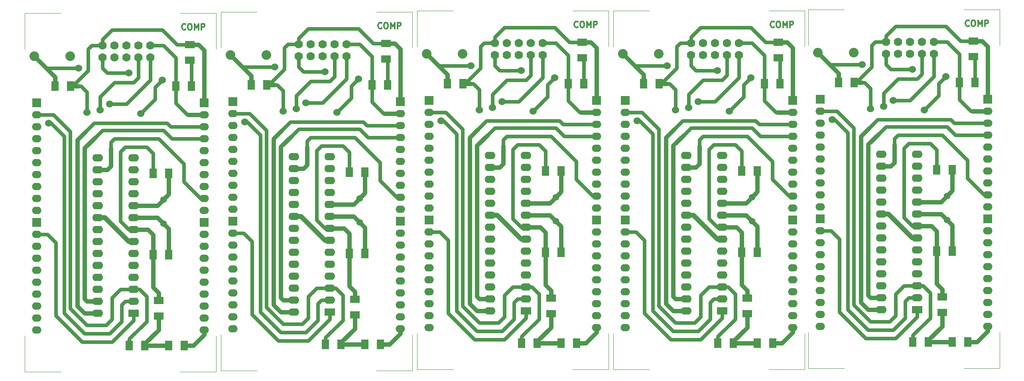
<source format=gtl>
G04 (created by PCBNEW (2013-07-07 BZR 4022)-stable) date 5/4/2015 12:54:49 PM*
%MOIN*%
G04 Gerber Fmt 3.4, Leading zero omitted, Abs format*
%FSLAX34Y34*%
G01*
G70*
G90*
G04 APERTURE LIST*
%ADD10C,0.00590551*%
%ADD11C,0.011811*%
%ADD12C,0.00393701*%
%ADD13R,0.075X0.075*%
%ADD14O,0.08X0.06*%
%ADD15C,0.08*%
%ADD16R,0.06X0.08*%
%ADD17R,0.08X0.06*%
%ADD18C,0.056*%
%ADD19O,0.09X0.062*%
%ADD20R,0.09X0.062*%
%ADD21C,0.07*%
%ADD22C,0.06*%
%ADD23C,0.03*%
%ADD24C,0.035*%
%ADD25C,0.025*%
%ADD26C,0.04*%
G04 APERTURE END LIST*
G54D10*
G54D11*
X41357Y-24254D02*
X41333Y-24278D01*
X41261Y-24302D01*
X41214Y-24302D01*
X41142Y-24278D01*
X41095Y-24230D01*
X41071Y-24183D01*
X41047Y-24088D01*
X41047Y-24016D01*
X41071Y-23921D01*
X41095Y-23873D01*
X41142Y-23826D01*
X41214Y-23802D01*
X41261Y-23802D01*
X41333Y-23826D01*
X41357Y-23850D01*
X41666Y-23802D02*
X41761Y-23802D01*
X41809Y-23826D01*
X41857Y-23873D01*
X41880Y-23969D01*
X41880Y-24135D01*
X41857Y-24230D01*
X41809Y-24278D01*
X41761Y-24302D01*
X41666Y-24302D01*
X41619Y-24278D01*
X41571Y-24230D01*
X41547Y-24135D01*
X41547Y-23969D01*
X41571Y-23873D01*
X41619Y-23826D01*
X41666Y-23802D01*
X42095Y-24302D02*
X42095Y-23802D01*
X42261Y-24159D01*
X42428Y-23802D01*
X42428Y-24302D01*
X42666Y-24302D02*
X42666Y-23802D01*
X42857Y-23802D01*
X42904Y-23826D01*
X42928Y-23850D01*
X42952Y-23897D01*
X42952Y-23969D01*
X42928Y-24016D01*
X42904Y-24040D01*
X42857Y-24064D01*
X42666Y-24064D01*
G54D12*
X27900Y-22900D02*
X27900Y-25900D01*
X27900Y-22900D02*
X30900Y-22900D01*
X43900Y-22900D02*
X40900Y-22900D01*
X43900Y-22900D02*
X43900Y-25900D01*
X27900Y-52900D02*
X30900Y-52900D01*
X27900Y-52900D02*
X27900Y-49900D01*
X43900Y-52900D02*
X43900Y-49900D01*
X43900Y-52900D02*
X40900Y-52900D01*
G54D11*
X57757Y-24154D02*
X57733Y-24178D01*
X57661Y-24202D01*
X57614Y-24202D01*
X57542Y-24178D01*
X57495Y-24130D01*
X57471Y-24083D01*
X57447Y-23988D01*
X57447Y-23916D01*
X57471Y-23821D01*
X57495Y-23773D01*
X57542Y-23726D01*
X57614Y-23702D01*
X57661Y-23702D01*
X57733Y-23726D01*
X57757Y-23750D01*
X58066Y-23702D02*
X58161Y-23702D01*
X58209Y-23726D01*
X58257Y-23773D01*
X58280Y-23869D01*
X58280Y-24035D01*
X58257Y-24130D01*
X58209Y-24178D01*
X58161Y-24202D01*
X58066Y-24202D01*
X58019Y-24178D01*
X57971Y-24130D01*
X57947Y-24035D01*
X57947Y-23869D01*
X57971Y-23773D01*
X58019Y-23726D01*
X58066Y-23702D01*
X58495Y-24202D02*
X58495Y-23702D01*
X58661Y-24059D01*
X58828Y-23702D01*
X58828Y-24202D01*
X59066Y-24202D02*
X59066Y-23702D01*
X59257Y-23702D01*
X59304Y-23726D01*
X59328Y-23750D01*
X59352Y-23797D01*
X59352Y-23869D01*
X59328Y-23916D01*
X59304Y-23940D01*
X59257Y-23964D01*
X59066Y-23964D01*
G54D12*
X44300Y-22800D02*
X44300Y-25800D01*
X44300Y-22800D02*
X47300Y-22800D01*
X60300Y-22800D02*
X57300Y-22800D01*
X60300Y-22800D02*
X60300Y-25800D01*
X44300Y-52800D02*
X47300Y-52800D01*
X44300Y-52800D02*
X44300Y-49800D01*
X60300Y-52800D02*
X60300Y-49800D01*
X60300Y-52800D02*
X57300Y-52800D01*
G54D11*
X74157Y-24154D02*
X74133Y-24178D01*
X74061Y-24202D01*
X74014Y-24202D01*
X73942Y-24178D01*
X73895Y-24130D01*
X73871Y-24083D01*
X73847Y-23988D01*
X73847Y-23916D01*
X73871Y-23821D01*
X73895Y-23773D01*
X73942Y-23726D01*
X74014Y-23702D01*
X74061Y-23702D01*
X74133Y-23726D01*
X74157Y-23750D01*
X74466Y-23702D02*
X74561Y-23702D01*
X74609Y-23726D01*
X74657Y-23773D01*
X74680Y-23869D01*
X74680Y-24035D01*
X74657Y-24130D01*
X74609Y-24178D01*
X74561Y-24202D01*
X74466Y-24202D01*
X74419Y-24178D01*
X74371Y-24130D01*
X74347Y-24035D01*
X74347Y-23869D01*
X74371Y-23773D01*
X74419Y-23726D01*
X74466Y-23702D01*
X74895Y-24202D02*
X74895Y-23702D01*
X75061Y-24059D01*
X75228Y-23702D01*
X75228Y-24202D01*
X75466Y-24202D02*
X75466Y-23702D01*
X75657Y-23702D01*
X75704Y-23726D01*
X75728Y-23750D01*
X75752Y-23797D01*
X75752Y-23869D01*
X75728Y-23916D01*
X75704Y-23940D01*
X75657Y-23964D01*
X75466Y-23964D01*
G54D12*
X60700Y-22800D02*
X60700Y-25800D01*
X60700Y-22800D02*
X63700Y-22800D01*
X76700Y-22800D02*
X73700Y-22800D01*
X76700Y-22800D02*
X76700Y-25800D01*
X60700Y-52800D02*
X63700Y-52800D01*
X60700Y-52800D02*
X60700Y-49800D01*
X76700Y-52800D02*
X76700Y-49800D01*
X76700Y-52800D02*
X73700Y-52800D01*
G54D11*
X90457Y-24054D02*
X90433Y-24078D01*
X90361Y-24102D01*
X90314Y-24102D01*
X90242Y-24078D01*
X90195Y-24030D01*
X90171Y-23983D01*
X90147Y-23888D01*
X90147Y-23816D01*
X90171Y-23721D01*
X90195Y-23673D01*
X90242Y-23626D01*
X90314Y-23602D01*
X90361Y-23602D01*
X90433Y-23626D01*
X90457Y-23650D01*
X90766Y-23602D02*
X90861Y-23602D01*
X90909Y-23626D01*
X90957Y-23673D01*
X90980Y-23769D01*
X90980Y-23935D01*
X90957Y-24030D01*
X90909Y-24078D01*
X90861Y-24102D01*
X90766Y-24102D01*
X90719Y-24078D01*
X90671Y-24030D01*
X90647Y-23935D01*
X90647Y-23769D01*
X90671Y-23673D01*
X90719Y-23626D01*
X90766Y-23602D01*
X91195Y-24102D02*
X91195Y-23602D01*
X91361Y-23959D01*
X91528Y-23602D01*
X91528Y-24102D01*
X91766Y-24102D02*
X91766Y-23602D01*
X91957Y-23602D01*
X92004Y-23626D01*
X92028Y-23650D01*
X92052Y-23697D01*
X92052Y-23769D01*
X92028Y-23816D01*
X92004Y-23840D01*
X91957Y-23864D01*
X91766Y-23864D01*
G54D12*
X77000Y-22700D02*
X77000Y-25700D01*
X77000Y-22700D02*
X80000Y-22700D01*
X93000Y-22700D02*
X90000Y-22700D01*
X93000Y-22700D02*
X93000Y-25700D01*
X77000Y-52700D02*
X80000Y-52700D01*
X77000Y-52700D02*
X77000Y-49700D01*
X93000Y-52700D02*
X93000Y-49700D01*
X93000Y-52700D02*
X90000Y-52700D01*
G54D11*
X24957Y-24354D02*
X24933Y-24378D01*
X24861Y-24402D01*
X24814Y-24402D01*
X24742Y-24378D01*
X24695Y-24330D01*
X24671Y-24283D01*
X24647Y-24188D01*
X24647Y-24116D01*
X24671Y-24021D01*
X24695Y-23973D01*
X24742Y-23926D01*
X24814Y-23902D01*
X24861Y-23902D01*
X24933Y-23926D01*
X24957Y-23950D01*
X25266Y-23902D02*
X25361Y-23902D01*
X25409Y-23926D01*
X25457Y-23973D01*
X25480Y-24069D01*
X25480Y-24235D01*
X25457Y-24330D01*
X25409Y-24378D01*
X25361Y-24402D01*
X25266Y-24402D01*
X25219Y-24378D01*
X25171Y-24330D01*
X25147Y-24235D01*
X25147Y-24069D01*
X25171Y-23973D01*
X25219Y-23926D01*
X25266Y-23902D01*
X25695Y-24402D02*
X25695Y-23902D01*
X25861Y-24259D01*
X26028Y-23902D01*
X26028Y-24402D01*
X26266Y-24402D02*
X26266Y-23902D01*
X26457Y-23902D01*
X26504Y-23926D01*
X26528Y-23950D01*
X26552Y-23997D01*
X26552Y-24069D01*
X26528Y-24116D01*
X26504Y-24140D01*
X26457Y-24164D01*
X26266Y-24164D01*
G54D12*
X11500Y-23000D02*
X11500Y-26000D01*
X11500Y-23000D02*
X14500Y-23000D01*
X27500Y-23000D02*
X24500Y-23000D01*
X27500Y-23000D02*
X27500Y-26000D01*
X11500Y-53000D02*
X14500Y-53000D01*
X11500Y-53000D02*
X11500Y-50000D01*
X27500Y-53000D02*
X27500Y-50000D01*
X27500Y-53000D02*
X24500Y-53000D01*
G54D13*
X28900Y-30400D03*
G54D14*
X28900Y-31400D03*
X28900Y-32400D03*
X28900Y-33400D03*
X28900Y-34400D03*
X28900Y-35400D03*
X28900Y-36400D03*
X28900Y-37400D03*
X28900Y-38400D03*
X28900Y-39400D03*
G54D13*
X28900Y-40400D03*
G54D14*
X28900Y-41400D03*
X28900Y-42400D03*
X28900Y-43400D03*
X28900Y-44400D03*
X28900Y-45400D03*
X28900Y-46400D03*
X28900Y-47400D03*
X28900Y-48400D03*
X28900Y-49400D03*
G54D13*
X42900Y-40400D03*
G54D14*
X42900Y-41400D03*
X42900Y-42400D03*
X42900Y-43400D03*
X42900Y-44400D03*
X42900Y-45400D03*
X42900Y-46400D03*
X42900Y-47400D03*
X42900Y-48400D03*
X42900Y-49400D03*
G54D13*
X42900Y-30400D03*
G54D14*
X42900Y-31400D03*
X42900Y-32400D03*
X42900Y-33400D03*
X42900Y-34400D03*
X42900Y-35400D03*
X42900Y-36400D03*
X42900Y-37400D03*
X42900Y-38400D03*
X42900Y-39400D03*
G54D15*
X28700Y-26496D03*
X31696Y-26500D03*
G54D16*
X41850Y-29000D03*
X40550Y-29000D03*
G54D17*
X41700Y-25550D03*
X41700Y-26850D03*
G54D16*
X31750Y-29000D03*
X30450Y-29000D03*
X38650Y-36300D03*
X39950Y-36300D03*
X38650Y-43100D03*
X39950Y-43100D03*
G54D18*
X39500Y-38500D03*
X39500Y-40500D03*
G54D19*
X37000Y-47000D03*
X37000Y-46000D03*
X37000Y-45000D03*
X37000Y-44000D03*
X37000Y-43000D03*
X37000Y-42000D03*
X37000Y-41000D03*
X37000Y-40000D03*
X37000Y-39000D03*
X37000Y-38000D03*
X37000Y-37000D03*
X37000Y-36000D03*
X37000Y-35000D03*
G54D20*
X37000Y-48000D03*
G54D19*
X34000Y-35000D03*
X34000Y-36000D03*
X34000Y-37000D03*
X34000Y-38000D03*
X34000Y-39000D03*
X34000Y-40000D03*
X34000Y-41000D03*
X34000Y-42000D03*
X34000Y-43000D03*
X34000Y-44000D03*
X34000Y-45000D03*
X34000Y-46000D03*
X34000Y-47000D03*
X34000Y-48000D03*
G54D16*
X41250Y-50700D03*
X39950Y-50700D03*
X36650Y-50700D03*
X37950Y-50700D03*
G54D17*
X39100Y-48250D03*
X39100Y-46950D03*
G54D21*
X34400Y-26600D03*
X34400Y-25600D03*
X35400Y-26600D03*
X35400Y-25600D03*
X36400Y-26600D03*
X36400Y-25600D03*
X37400Y-26600D03*
X37400Y-25600D03*
X38400Y-26600D03*
X38400Y-25600D03*
G54D13*
X45300Y-30300D03*
G54D14*
X45300Y-31300D03*
X45300Y-32300D03*
X45300Y-33300D03*
X45300Y-34300D03*
X45300Y-35300D03*
X45300Y-36300D03*
X45300Y-37300D03*
X45300Y-38300D03*
X45300Y-39300D03*
G54D13*
X45300Y-40300D03*
G54D14*
X45300Y-41300D03*
X45300Y-42300D03*
X45300Y-43300D03*
X45300Y-44300D03*
X45300Y-45300D03*
X45300Y-46300D03*
X45300Y-47300D03*
X45300Y-48300D03*
X45300Y-49300D03*
G54D13*
X59300Y-40300D03*
G54D14*
X59300Y-41300D03*
X59300Y-42300D03*
X59300Y-43300D03*
X59300Y-44300D03*
X59300Y-45300D03*
X59300Y-46300D03*
X59300Y-47300D03*
X59300Y-48300D03*
X59300Y-49300D03*
G54D13*
X59300Y-30300D03*
G54D14*
X59300Y-31300D03*
X59300Y-32300D03*
X59300Y-33300D03*
X59300Y-34300D03*
X59300Y-35300D03*
X59300Y-36300D03*
X59300Y-37300D03*
X59300Y-38300D03*
X59300Y-39300D03*
G54D15*
X45100Y-26396D03*
X48096Y-26400D03*
G54D16*
X58250Y-28900D03*
X56950Y-28900D03*
G54D17*
X58100Y-25450D03*
X58100Y-26750D03*
G54D16*
X48150Y-28900D03*
X46850Y-28900D03*
X55050Y-36200D03*
X56350Y-36200D03*
X55050Y-43000D03*
X56350Y-43000D03*
G54D18*
X55900Y-38400D03*
X55900Y-40400D03*
G54D19*
X53400Y-46900D03*
X53400Y-45900D03*
X53400Y-44900D03*
X53400Y-43900D03*
X53400Y-42900D03*
X53400Y-41900D03*
X53400Y-40900D03*
X53400Y-39900D03*
X53400Y-38900D03*
X53400Y-37900D03*
X53400Y-36900D03*
X53400Y-35900D03*
X53400Y-34900D03*
G54D20*
X53400Y-47900D03*
G54D19*
X50400Y-34900D03*
X50400Y-35900D03*
X50400Y-36900D03*
X50400Y-37900D03*
X50400Y-38900D03*
X50400Y-39900D03*
X50400Y-40900D03*
X50400Y-41900D03*
X50400Y-42900D03*
X50400Y-43900D03*
X50400Y-44900D03*
X50400Y-45900D03*
X50400Y-46900D03*
X50400Y-47900D03*
G54D16*
X57650Y-50600D03*
X56350Y-50600D03*
X53050Y-50600D03*
X54350Y-50600D03*
G54D17*
X55500Y-48150D03*
X55500Y-46850D03*
G54D21*
X50800Y-26500D03*
X50800Y-25500D03*
X51800Y-26500D03*
X51800Y-25500D03*
X52800Y-26500D03*
X52800Y-25500D03*
X53800Y-26500D03*
X53800Y-25500D03*
X54800Y-26500D03*
X54800Y-25500D03*
G54D13*
X61700Y-30300D03*
G54D14*
X61700Y-31300D03*
X61700Y-32300D03*
X61700Y-33300D03*
X61700Y-34300D03*
X61700Y-35300D03*
X61700Y-36300D03*
X61700Y-37300D03*
X61700Y-38300D03*
X61700Y-39300D03*
G54D13*
X61700Y-40300D03*
G54D14*
X61700Y-41300D03*
X61700Y-42300D03*
X61700Y-43300D03*
X61700Y-44300D03*
X61700Y-45300D03*
X61700Y-46300D03*
X61700Y-47300D03*
X61700Y-48300D03*
X61700Y-49300D03*
G54D13*
X75700Y-40300D03*
G54D14*
X75700Y-41300D03*
X75700Y-42300D03*
X75700Y-43300D03*
X75700Y-44300D03*
X75700Y-45300D03*
X75700Y-46300D03*
X75700Y-47300D03*
X75700Y-48300D03*
X75700Y-49300D03*
G54D13*
X75700Y-30300D03*
G54D14*
X75700Y-31300D03*
X75700Y-32300D03*
X75700Y-33300D03*
X75700Y-34300D03*
X75700Y-35300D03*
X75700Y-36300D03*
X75700Y-37300D03*
X75700Y-38300D03*
X75700Y-39300D03*
G54D15*
X61500Y-26396D03*
X64496Y-26400D03*
G54D16*
X74650Y-28900D03*
X73350Y-28900D03*
G54D17*
X74500Y-25450D03*
X74500Y-26750D03*
G54D16*
X64550Y-28900D03*
X63250Y-28900D03*
X71450Y-36200D03*
X72750Y-36200D03*
X71450Y-43000D03*
X72750Y-43000D03*
G54D18*
X72300Y-38400D03*
X72300Y-40400D03*
G54D19*
X69800Y-46900D03*
X69800Y-45900D03*
X69800Y-44900D03*
X69800Y-43900D03*
X69800Y-42900D03*
X69800Y-41900D03*
X69800Y-40900D03*
X69800Y-39900D03*
X69800Y-38900D03*
X69800Y-37900D03*
X69800Y-36900D03*
X69800Y-35900D03*
X69800Y-34900D03*
G54D20*
X69800Y-47900D03*
G54D19*
X66800Y-34900D03*
X66800Y-35900D03*
X66800Y-36900D03*
X66800Y-37900D03*
X66800Y-38900D03*
X66800Y-39900D03*
X66800Y-40900D03*
X66800Y-41900D03*
X66800Y-42900D03*
X66800Y-43900D03*
X66800Y-44900D03*
X66800Y-45900D03*
X66800Y-46900D03*
X66800Y-47900D03*
G54D16*
X74050Y-50600D03*
X72750Y-50600D03*
X69450Y-50600D03*
X70750Y-50600D03*
G54D17*
X71900Y-48150D03*
X71900Y-46850D03*
G54D21*
X67200Y-26500D03*
X67200Y-25500D03*
X68200Y-26500D03*
X68200Y-25500D03*
X69200Y-26500D03*
X69200Y-25500D03*
X70200Y-26500D03*
X70200Y-25500D03*
X71200Y-26500D03*
X71200Y-25500D03*
G54D13*
X78000Y-30200D03*
G54D14*
X78000Y-31200D03*
X78000Y-32200D03*
X78000Y-33200D03*
X78000Y-34200D03*
X78000Y-35200D03*
X78000Y-36200D03*
X78000Y-37200D03*
X78000Y-38200D03*
X78000Y-39200D03*
G54D13*
X78000Y-40200D03*
G54D14*
X78000Y-41200D03*
X78000Y-42200D03*
X78000Y-43200D03*
X78000Y-44200D03*
X78000Y-45200D03*
X78000Y-46200D03*
X78000Y-47200D03*
X78000Y-48200D03*
X78000Y-49200D03*
G54D13*
X92000Y-40200D03*
G54D14*
X92000Y-41200D03*
X92000Y-42200D03*
X92000Y-43200D03*
X92000Y-44200D03*
X92000Y-45200D03*
X92000Y-46200D03*
X92000Y-47200D03*
X92000Y-48200D03*
X92000Y-49200D03*
G54D13*
X92000Y-30200D03*
G54D14*
X92000Y-31200D03*
X92000Y-32200D03*
X92000Y-33200D03*
X92000Y-34200D03*
X92000Y-35200D03*
X92000Y-36200D03*
X92000Y-37200D03*
X92000Y-38200D03*
X92000Y-39200D03*
G54D15*
X77800Y-26296D03*
X80796Y-26300D03*
G54D16*
X90950Y-28800D03*
X89650Y-28800D03*
G54D17*
X90800Y-25350D03*
X90800Y-26650D03*
G54D16*
X80850Y-28800D03*
X79550Y-28800D03*
X87750Y-36100D03*
X89050Y-36100D03*
X87750Y-42900D03*
X89050Y-42900D03*
G54D18*
X88600Y-38300D03*
X88600Y-40300D03*
G54D19*
X86100Y-46800D03*
X86100Y-45800D03*
X86100Y-44800D03*
X86100Y-43800D03*
X86100Y-42800D03*
X86100Y-41800D03*
X86100Y-40800D03*
X86100Y-39800D03*
X86100Y-38800D03*
X86100Y-37800D03*
X86100Y-36800D03*
X86100Y-35800D03*
X86100Y-34800D03*
G54D20*
X86100Y-47800D03*
G54D19*
X83100Y-34800D03*
X83100Y-35800D03*
X83100Y-36800D03*
X83100Y-37800D03*
X83100Y-38800D03*
X83100Y-39800D03*
X83100Y-40800D03*
X83100Y-41800D03*
X83100Y-42800D03*
X83100Y-43800D03*
X83100Y-44800D03*
X83100Y-45800D03*
X83100Y-46800D03*
X83100Y-47800D03*
G54D16*
X90350Y-50500D03*
X89050Y-50500D03*
X85750Y-50500D03*
X87050Y-50500D03*
G54D17*
X88200Y-48050D03*
X88200Y-46750D03*
G54D21*
X83500Y-26400D03*
X83500Y-25400D03*
X84500Y-26400D03*
X84500Y-25400D03*
X85500Y-26400D03*
X85500Y-25400D03*
X86500Y-26400D03*
X86500Y-25400D03*
X87500Y-26400D03*
X87500Y-25400D03*
G54D13*
X12500Y-30500D03*
G54D14*
X12500Y-31500D03*
X12500Y-32500D03*
X12500Y-33500D03*
X12500Y-34500D03*
X12500Y-35500D03*
X12500Y-36500D03*
X12500Y-37500D03*
X12500Y-38500D03*
X12500Y-39500D03*
G54D13*
X12500Y-40500D03*
G54D14*
X12500Y-41500D03*
X12500Y-42500D03*
X12500Y-43500D03*
X12500Y-44500D03*
X12500Y-45500D03*
X12500Y-46500D03*
X12500Y-47500D03*
X12500Y-48500D03*
X12500Y-49500D03*
G54D13*
X26500Y-40500D03*
G54D14*
X26500Y-41500D03*
X26500Y-42500D03*
X26500Y-43500D03*
X26500Y-44500D03*
X26500Y-45500D03*
X26500Y-46500D03*
X26500Y-47500D03*
X26500Y-48500D03*
X26500Y-49500D03*
G54D13*
X26500Y-30500D03*
G54D14*
X26500Y-31500D03*
X26500Y-32500D03*
X26500Y-33500D03*
X26500Y-34500D03*
X26500Y-35500D03*
X26500Y-36500D03*
X26500Y-37500D03*
X26500Y-38500D03*
X26500Y-39500D03*
G54D15*
X12300Y-26596D03*
X15296Y-26600D03*
G54D16*
X25450Y-29100D03*
X24150Y-29100D03*
G54D17*
X25300Y-25650D03*
X25300Y-26950D03*
G54D16*
X15350Y-29100D03*
X14050Y-29100D03*
X22250Y-36400D03*
X23550Y-36400D03*
X22250Y-43200D03*
X23550Y-43200D03*
G54D18*
X23100Y-38600D03*
X23100Y-40600D03*
G54D19*
X20600Y-47100D03*
X20600Y-46100D03*
X20600Y-45100D03*
X20600Y-44100D03*
X20600Y-43100D03*
X20600Y-42100D03*
X20600Y-41100D03*
X20600Y-40100D03*
X20600Y-39100D03*
X20600Y-38100D03*
X20600Y-37100D03*
X20600Y-36100D03*
X20600Y-35100D03*
G54D20*
X20600Y-48100D03*
G54D19*
X17600Y-35100D03*
X17600Y-36100D03*
X17600Y-37100D03*
X17600Y-38100D03*
X17600Y-39100D03*
X17600Y-40100D03*
X17600Y-41100D03*
X17600Y-42100D03*
X17600Y-43100D03*
X17600Y-44100D03*
X17600Y-45100D03*
X17600Y-46100D03*
X17600Y-47100D03*
X17600Y-48100D03*
G54D16*
X24850Y-50800D03*
X23550Y-50800D03*
X20250Y-50800D03*
X21550Y-50800D03*
G54D17*
X22700Y-48350D03*
X22700Y-47050D03*
G54D21*
X18000Y-26700D03*
X18000Y-25700D03*
X19000Y-26700D03*
X19000Y-25700D03*
X20000Y-26700D03*
X20000Y-25700D03*
X21000Y-26700D03*
X21000Y-25700D03*
X22000Y-26700D03*
X22000Y-25700D03*
G54D22*
X37600Y-31300D03*
X36600Y-27900D03*
X39400Y-28500D03*
X54000Y-31200D03*
X53000Y-27800D03*
X55800Y-28400D03*
X70400Y-31200D03*
X69400Y-27800D03*
X72200Y-28400D03*
X86700Y-31100D03*
X85700Y-27700D03*
X88500Y-28300D03*
X21200Y-31400D03*
X20200Y-28000D03*
X23000Y-28600D03*
X35000Y-30500D03*
X51400Y-30400D03*
X67800Y-30400D03*
X84100Y-30300D03*
X18600Y-30600D03*
X34200Y-31000D03*
X50600Y-30900D03*
X67000Y-30900D03*
X83300Y-30800D03*
X17800Y-31100D03*
X32400Y-27500D03*
X48800Y-27400D03*
X65200Y-27400D03*
X81500Y-27300D03*
X16000Y-27600D03*
X29900Y-32100D03*
X46300Y-32000D03*
X62700Y-32000D03*
X79000Y-31900D03*
X13500Y-32200D03*
X33100Y-31200D03*
X49500Y-31100D03*
X65900Y-31100D03*
X82200Y-31000D03*
X16700Y-31300D03*
G54D23*
X42900Y-38400D02*
X42600Y-38400D01*
X35100Y-33700D02*
X35100Y-34200D01*
X35400Y-33400D02*
X35100Y-33700D01*
X39100Y-33400D02*
X35400Y-33400D01*
X41200Y-35500D02*
X39100Y-33400D01*
X41200Y-37000D02*
X41200Y-35500D01*
X42600Y-38400D02*
X41200Y-37000D01*
G54D24*
X34800Y-36000D02*
X34000Y-36000D01*
X35100Y-35700D02*
X34800Y-36000D01*
X35100Y-34200D02*
X35100Y-35700D01*
G54D23*
X59300Y-38300D02*
X59000Y-38300D01*
X51500Y-33600D02*
X51500Y-34100D01*
X51800Y-33300D02*
X51500Y-33600D01*
X55500Y-33300D02*
X51800Y-33300D01*
X57600Y-35400D02*
X55500Y-33300D01*
X57600Y-36900D02*
X57600Y-35400D01*
X59000Y-38300D02*
X57600Y-36900D01*
G54D24*
X51200Y-35900D02*
X50400Y-35900D01*
X51500Y-35600D02*
X51200Y-35900D01*
X51500Y-34100D02*
X51500Y-35600D01*
G54D23*
X75700Y-38300D02*
X75400Y-38300D01*
X67900Y-33600D02*
X67900Y-34100D01*
X68200Y-33300D02*
X67900Y-33600D01*
X71900Y-33300D02*
X68200Y-33300D01*
X74000Y-35400D02*
X71900Y-33300D01*
X74000Y-36900D02*
X74000Y-35400D01*
X75400Y-38300D02*
X74000Y-36900D01*
G54D24*
X67600Y-35900D02*
X66800Y-35900D01*
X67900Y-35600D02*
X67600Y-35900D01*
X67900Y-34100D02*
X67900Y-35600D01*
G54D23*
X92000Y-38200D02*
X91700Y-38200D01*
X84200Y-33500D02*
X84200Y-34000D01*
X84500Y-33200D02*
X84200Y-33500D01*
X88200Y-33200D02*
X84500Y-33200D01*
X90300Y-35300D02*
X88200Y-33200D01*
X90300Y-36800D02*
X90300Y-35300D01*
X91700Y-38200D02*
X90300Y-36800D01*
G54D24*
X83900Y-35800D02*
X83100Y-35800D01*
X84200Y-35500D02*
X83900Y-35800D01*
X84200Y-34000D02*
X84200Y-35500D01*
G54D23*
X26500Y-38500D02*
X26200Y-38500D01*
X18700Y-33800D02*
X18700Y-34300D01*
X19000Y-33500D02*
X18700Y-33800D01*
X22700Y-33500D02*
X19000Y-33500D01*
X24800Y-35600D02*
X22700Y-33500D01*
X24800Y-37100D02*
X24800Y-35600D01*
X26200Y-38500D02*
X24800Y-37100D01*
G54D24*
X18400Y-36100D02*
X17600Y-36100D01*
X18700Y-35800D02*
X18400Y-36100D01*
X18700Y-34300D02*
X18700Y-35800D01*
G54D23*
X37600Y-31300D02*
X38800Y-30100D01*
X34400Y-27500D02*
X34400Y-26600D01*
X34600Y-27700D02*
X34400Y-27500D01*
X34800Y-27900D02*
X34600Y-27700D01*
X36600Y-27900D02*
X34800Y-27900D01*
X38800Y-29100D02*
X39400Y-28500D01*
X38800Y-30100D02*
X38800Y-29100D01*
X54000Y-31200D02*
X55200Y-30000D01*
X50800Y-27400D02*
X50800Y-26500D01*
X51000Y-27600D02*
X50800Y-27400D01*
X51200Y-27800D02*
X51000Y-27600D01*
X53000Y-27800D02*
X51200Y-27800D01*
X55200Y-29000D02*
X55800Y-28400D01*
X55200Y-30000D02*
X55200Y-29000D01*
X70400Y-31200D02*
X71600Y-30000D01*
X67200Y-27400D02*
X67200Y-26500D01*
X67400Y-27600D02*
X67200Y-27400D01*
X67600Y-27800D02*
X67400Y-27600D01*
X69400Y-27800D02*
X67600Y-27800D01*
X71600Y-29000D02*
X72200Y-28400D01*
X71600Y-30000D02*
X71600Y-29000D01*
X86700Y-31100D02*
X87900Y-29900D01*
X83500Y-27300D02*
X83500Y-26400D01*
X83700Y-27500D02*
X83500Y-27300D01*
X83900Y-27700D02*
X83700Y-27500D01*
X85700Y-27700D02*
X83900Y-27700D01*
X87900Y-28900D02*
X88500Y-28300D01*
X87900Y-29900D02*
X87900Y-28900D01*
X21200Y-31400D02*
X22400Y-30200D01*
X18000Y-27600D02*
X18000Y-26700D01*
X18200Y-27800D02*
X18000Y-27600D01*
X18400Y-28000D02*
X18200Y-27800D01*
X20200Y-28000D02*
X18400Y-28000D01*
X22400Y-29200D02*
X23000Y-28600D01*
X22400Y-30200D02*
X22400Y-29200D01*
X35000Y-30500D02*
X36400Y-30500D01*
X38400Y-28500D02*
X38400Y-26600D01*
X36400Y-30500D02*
X38400Y-28500D01*
X51400Y-30400D02*
X52800Y-30400D01*
X54800Y-28400D02*
X54800Y-26500D01*
X52800Y-30400D02*
X54800Y-28400D01*
X67800Y-30400D02*
X69200Y-30400D01*
X71200Y-28400D02*
X71200Y-26500D01*
X69200Y-30400D02*
X71200Y-28400D01*
X84100Y-30300D02*
X85500Y-30300D01*
X87500Y-28300D02*
X87500Y-26400D01*
X85500Y-30300D02*
X87500Y-28300D01*
X18600Y-30600D02*
X20000Y-30600D01*
X22000Y-28600D02*
X22000Y-26700D01*
X20000Y-30600D02*
X22000Y-28600D01*
X34200Y-31000D02*
X34200Y-29900D01*
X37400Y-28300D02*
X37400Y-26600D01*
X37000Y-28700D02*
X37400Y-28300D01*
X35400Y-28700D02*
X37000Y-28700D01*
X34200Y-29900D02*
X35400Y-28700D01*
X50600Y-30900D02*
X50600Y-29800D01*
X53800Y-28200D02*
X53800Y-26500D01*
X53400Y-28600D02*
X53800Y-28200D01*
X51800Y-28600D02*
X53400Y-28600D01*
X50600Y-29800D02*
X51800Y-28600D01*
X67000Y-30900D02*
X67000Y-29800D01*
X70200Y-28200D02*
X70200Y-26500D01*
X69800Y-28600D02*
X70200Y-28200D01*
X68200Y-28600D02*
X69800Y-28600D01*
X67000Y-29800D02*
X68200Y-28600D01*
X83300Y-30800D02*
X83300Y-29700D01*
X86500Y-28100D02*
X86500Y-26400D01*
X86100Y-28500D02*
X86500Y-28100D01*
X84500Y-28500D02*
X86100Y-28500D01*
X83300Y-29700D02*
X84500Y-28500D01*
X17800Y-31100D02*
X17800Y-30000D01*
X21000Y-28400D02*
X21000Y-26700D01*
X20600Y-28800D02*
X21000Y-28400D01*
X19000Y-28800D02*
X20600Y-28800D01*
X17800Y-30000D02*
X19000Y-28800D01*
X30600Y-27500D02*
X29704Y-27500D01*
X32400Y-27500D02*
X30600Y-27500D01*
G54D24*
X30450Y-29000D02*
X30450Y-28246D01*
X30450Y-28246D02*
X29704Y-27500D01*
X29704Y-27500D02*
X28700Y-26496D01*
G54D23*
X37000Y-48000D02*
X37000Y-48600D01*
X29800Y-41400D02*
X28900Y-41400D01*
X30500Y-42100D02*
X29800Y-41400D01*
X30500Y-48200D02*
X30500Y-42100D01*
X32700Y-50400D02*
X30500Y-48200D01*
X35200Y-50400D02*
X32700Y-50400D01*
X37000Y-48600D02*
X35200Y-50400D01*
X47000Y-27400D02*
X46104Y-27400D01*
X48800Y-27400D02*
X47000Y-27400D01*
G54D24*
X46850Y-28900D02*
X46850Y-28146D01*
X46850Y-28146D02*
X46104Y-27400D01*
X46104Y-27400D02*
X45100Y-26396D01*
G54D23*
X53400Y-47900D02*
X53400Y-48500D01*
X46200Y-41300D02*
X45300Y-41300D01*
X46900Y-42000D02*
X46200Y-41300D01*
X46900Y-48100D02*
X46900Y-42000D01*
X49100Y-50300D02*
X46900Y-48100D01*
X51600Y-50300D02*
X49100Y-50300D01*
X53400Y-48500D02*
X51600Y-50300D01*
X63400Y-27400D02*
X62504Y-27400D01*
X65200Y-27400D02*
X63400Y-27400D01*
G54D24*
X63250Y-28900D02*
X63250Y-28146D01*
X63250Y-28146D02*
X62504Y-27400D01*
X62504Y-27400D02*
X61500Y-26396D01*
G54D23*
X69800Y-47900D02*
X69800Y-48500D01*
X62600Y-41300D02*
X61700Y-41300D01*
X63300Y-42000D02*
X62600Y-41300D01*
X63300Y-48100D02*
X63300Y-42000D01*
X65500Y-50300D02*
X63300Y-48100D01*
X68000Y-50300D02*
X65500Y-50300D01*
X69800Y-48500D02*
X68000Y-50300D01*
X79700Y-27300D02*
X78804Y-27300D01*
X81500Y-27300D02*
X79700Y-27300D01*
G54D24*
X79550Y-28800D02*
X79550Y-28046D01*
X79550Y-28046D02*
X78804Y-27300D01*
X78804Y-27300D02*
X77800Y-26296D01*
G54D23*
X86100Y-47800D02*
X86100Y-48400D01*
X78900Y-41200D02*
X78000Y-41200D01*
X79600Y-41900D02*
X78900Y-41200D01*
X79600Y-48000D02*
X79600Y-41900D01*
X81800Y-50200D02*
X79600Y-48000D01*
X84300Y-50200D02*
X81800Y-50200D01*
X86100Y-48400D02*
X84300Y-50200D01*
X14200Y-27600D02*
X13304Y-27600D01*
X16000Y-27600D02*
X14200Y-27600D01*
G54D24*
X14050Y-29100D02*
X14050Y-28346D01*
X14050Y-28346D02*
X13304Y-27600D01*
X13304Y-27600D02*
X12300Y-26596D01*
G54D23*
X20600Y-48100D02*
X20600Y-48700D01*
X13400Y-41500D02*
X12500Y-41500D01*
X14100Y-42200D02*
X13400Y-41500D01*
X14100Y-48300D02*
X14100Y-42200D01*
X16300Y-50500D02*
X14100Y-48300D01*
X18800Y-50500D02*
X16300Y-50500D01*
X20600Y-48700D02*
X18800Y-50500D01*
X37000Y-47000D02*
X36300Y-47000D01*
X36300Y-47000D02*
X36000Y-47300D01*
G54D24*
X42900Y-49400D02*
X42900Y-49800D01*
X42000Y-50700D02*
X41250Y-50700D01*
X42900Y-49800D02*
X42000Y-50700D01*
G54D25*
X42900Y-49400D02*
X42900Y-49500D01*
G54D23*
X30100Y-32100D02*
X29900Y-32100D01*
X31200Y-33200D02*
X30100Y-32100D01*
X31200Y-48000D02*
X31200Y-33200D01*
X32900Y-49700D02*
X31200Y-48000D01*
X35000Y-49700D02*
X32900Y-49700D01*
X36000Y-48700D02*
X35000Y-49700D01*
X36000Y-47300D02*
X36000Y-48700D01*
X53400Y-46900D02*
X52700Y-46900D01*
X52700Y-46900D02*
X52400Y-47200D01*
G54D24*
X59300Y-49300D02*
X59300Y-49700D01*
X58400Y-50600D02*
X57650Y-50600D01*
X59300Y-49700D02*
X58400Y-50600D01*
G54D25*
X59300Y-49300D02*
X59300Y-49400D01*
G54D23*
X46500Y-32000D02*
X46300Y-32000D01*
X47600Y-33100D02*
X46500Y-32000D01*
X47600Y-47900D02*
X47600Y-33100D01*
X49300Y-49600D02*
X47600Y-47900D01*
X51400Y-49600D02*
X49300Y-49600D01*
X52400Y-48600D02*
X51400Y-49600D01*
X52400Y-47200D02*
X52400Y-48600D01*
X69800Y-46900D02*
X69100Y-46900D01*
X69100Y-46900D02*
X68800Y-47200D01*
G54D24*
X75700Y-49300D02*
X75700Y-49700D01*
X74800Y-50600D02*
X74050Y-50600D01*
X75700Y-49700D02*
X74800Y-50600D01*
G54D25*
X75700Y-49300D02*
X75700Y-49400D01*
G54D23*
X62900Y-32000D02*
X62700Y-32000D01*
X64000Y-33100D02*
X62900Y-32000D01*
X64000Y-47900D02*
X64000Y-33100D01*
X65700Y-49600D02*
X64000Y-47900D01*
X67800Y-49600D02*
X65700Y-49600D01*
X68800Y-48600D02*
X67800Y-49600D01*
X68800Y-47200D02*
X68800Y-48600D01*
X86100Y-46800D02*
X85400Y-46800D01*
X85400Y-46800D02*
X85100Y-47100D01*
G54D24*
X92000Y-49200D02*
X92000Y-49600D01*
X91100Y-50500D02*
X90350Y-50500D01*
X92000Y-49600D02*
X91100Y-50500D01*
G54D25*
X92000Y-49200D02*
X92000Y-49300D01*
G54D23*
X79200Y-31900D02*
X79000Y-31900D01*
X80300Y-33000D02*
X79200Y-31900D01*
X80300Y-47800D02*
X80300Y-33000D01*
X82000Y-49500D02*
X80300Y-47800D01*
X84100Y-49500D02*
X82000Y-49500D01*
X85100Y-48500D02*
X84100Y-49500D01*
X85100Y-47100D02*
X85100Y-48500D01*
X20600Y-47100D02*
X19900Y-47100D01*
X19900Y-47100D02*
X19600Y-47400D01*
G54D24*
X26500Y-49500D02*
X26500Y-49900D01*
X25600Y-50800D02*
X24850Y-50800D01*
X26500Y-49900D02*
X25600Y-50800D01*
G54D25*
X26500Y-49500D02*
X26500Y-49600D01*
G54D23*
X13700Y-32200D02*
X13500Y-32200D01*
X14800Y-33300D02*
X13700Y-32200D01*
X14800Y-48100D02*
X14800Y-33300D01*
X16500Y-49800D02*
X14800Y-48100D01*
X18600Y-49800D02*
X16500Y-49800D01*
X19600Y-48800D02*
X18600Y-49800D01*
X19600Y-47400D02*
X19600Y-48800D01*
X42900Y-32400D02*
X40100Y-32400D01*
X33700Y-32100D02*
X33000Y-32800D01*
X39800Y-32100D02*
X33700Y-32100D01*
X40100Y-32400D02*
X39800Y-32100D01*
G54D24*
X34000Y-48000D02*
X32900Y-48000D01*
X32300Y-33500D02*
X32600Y-33200D01*
X32300Y-47400D02*
X32300Y-33500D01*
X32900Y-48000D02*
X32300Y-47400D01*
X33000Y-32800D02*
X32600Y-33200D01*
G54D23*
X59300Y-32300D02*
X56500Y-32300D01*
X50100Y-32000D02*
X49400Y-32700D01*
X56200Y-32000D02*
X50100Y-32000D01*
X56500Y-32300D02*
X56200Y-32000D01*
G54D24*
X50400Y-47900D02*
X49300Y-47900D01*
X48700Y-33400D02*
X49000Y-33100D01*
X48700Y-47300D02*
X48700Y-33400D01*
X49300Y-47900D02*
X48700Y-47300D01*
X49400Y-32700D02*
X49000Y-33100D01*
G54D23*
X75700Y-32300D02*
X72900Y-32300D01*
X66500Y-32000D02*
X65800Y-32700D01*
X72600Y-32000D02*
X66500Y-32000D01*
X72900Y-32300D02*
X72600Y-32000D01*
G54D24*
X66800Y-47900D02*
X65700Y-47900D01*
X65100Y-33400D02*
X65400Y-33100D01*
X65100Y-47300D02*
X65100Y-33400D01*
X65700Y-47900D02*
X65100Y-47300D01*
X65800Y-32700D02*
X65400Y-33100D01*
G54D23*
X92000Y-32200D02*
X89200Y-32200D01*
X82800Y-31900D02*
X82100Y-32600D01*
X88900Y-31900D02*
X82800Y-31900D01*
X89200Y-32200D02*
X88900Y-31900D01*
G54D24*
X83100Y-47800D02*
X82000Y-47800D01*
X81400Y-33300D02*
X81700Y-33000D01*
X81400Y-47200D02*
X81400Y-33300D01*
X82000Y-47800D02*
X81400Y-47200D01*
X82100Y-32600D02*
X81700Y-33000D01*
G54D23*
X26500Y-32500D02*
X23700Y-32500D01*
X17300Y-32200D02*
X16600Y-32900D01*
X23400Y-32200D02*
X17300Y-32200D01*
X23700Y-32500D02*
X23400Y-32200D01*
G54D24*
X17600Y-48100D02*
X16500Y-48100D01*
X15900Y-33600D02*
X16200Y-33300D01*
X15900Y-47500D02*
X15900Y-33600D01*
X16500Y-48100D02*
X15900Y-47500D01*
X16600Y-32900D02*
X16200Y-33300D01*
G54D23*
X42900Y-33400D02*
X40200Y-33400D01*
X34400Y-32700D02*
X33800Y-33300D01*
X39500Y-32700D02*
X34400Y-32700D01*
X40200Y-33400D02*
X39500Y-32700D01*
G54D24*
X32918Y-42500D02*
X32918Y-34181D01*
X32918Y-34181D02*
X33800Y-33300D01*
X34000Y-47000D02*
X33100Y-47000D01*
X32918Y-46818D02*
X32918Y-42500D01*
X32918Y-42500D02*
X32918Y-42468D01*
X33100Y-47000D02*
X32918Y-46818D01*
X34000Y-47000D02*
X33700Y-47000D01*
G54D23*
X59300Y-33300D02*
X56600Y-33300D01*
X50800Y-32600D02*
X50200Y-33200D01*
X55900Y-32600D02*
X50800Y-32600D01*
X56600Y-33300D02*
X55900Y-32600D01*
G54D24*
X49318Y-42400D02*
X49318Y-34081D01*
X49318Y-34081D02*
X50200Y-33200D01*
X50400Y-46900D02*
X49500Y-46900D01*
X49318Y-46718D02*
X49318Y-42400D01*
X49318Y-42400D02*
X49318Y-42368D01*
X49500Y-46900D02*
X49318Y-46718D01*
X50400Y-46900D02*
X50100Y-46900D01*
G54D23*
X75700Y-33300D02*
X73000Y-33300D01*
X67200Y-32600D02*
X66600Y-33200D01*
X72300Y-32600D02*
X67200Y-32600D01*
X73000Y-33300D02*
X72300Y-32600D01*
G54D24*
X65718Y-42400D02*
X65718Y-34081D01*
X65718Y-34081D02*
X66600Y-33200D01*
X66800Y-46900D02*
X65900Y-46900D01*
X65718Y-46718D02*
X65718Y-42400D01*
X65718Y-42400D02*
X65718Y-42368D01*
X65900Y-46900D02*
X65718Y-46718D01*
X66800Y-46900D02*
X66500Y-46900D01*
G54D23*
X92000Y-33200D02*
X89300Y-33200D01*
X83500Y-32500D02*
X82900Y-33100D01*
X88600Y-32500D02*
X83500Y-32500D01*
X89300Y-33200D02*
X88600Y-32500D01*
G54D24*
X82018Y-42300D02*
X82018Y-33981D01*
X82018Y-33981D02*
X82900Y-33100D01*
X83100Y-46800D02*
X82200Y-46800D01*
X82018Y-46618D02*
X82018Y-42300D01*
X82018Y-42300D02*
X82018Y-42268D01*
X82200Y-46800D02*
X82018Y-46618D01*
X83100Y-46800D02*
X82800Y-46800D01*
G54D23*
X26500Y-33500D02*
X23800Y-33500D01*
X18000Y-32800D02*
X17400Y-33400D01*
X23100Y-32800D02*
X18000Y-32800D01*
X23800Y-33500D02*
X23100Y-32800D01*
G54D24*
X16518Y-42600D02*
X16518Y-34281D01*
X16518Y-34281D02*
X17400Y-33400D01*
X17600Y-47100D02*
X16700Y-47100D01*
X16518Y-46918D02*
X16518Y-42600D01*
X16518Y-42600D02*
X16518Y-42568D01*
X16700Y-47100D02*
X16518Y-46918D01*
X17600Y-47100D02*
X17300Y-47100D01*
G54D23*
X36650Y-50700D02*
X36650Y-50150D01*
X36650Y-50150D02*
X38100Y-48700D01*
X38100Y-48700D02*
X38100Y-48400D01*
X37500Y-46000D02*
X37000Y-46000D01*
X38100Y-46600D02*
X37500Y-46000D01*
G54D25*
X38100Y-48700D02*
X38100Y-48400D01*
G54D23*
X38100Y-48400D02*
X38100Y-46600D01*
X37000Y-46000D02*
X35900Y-46000D01*
X30300Y-31400D02*
X28900Y-31400D01*
X31700Y-32800D02*
X30300Y-31400D01*
X31700Y-47600D02*
X31700Y-32800D01*
X33100Y-49000D02*
X31700Y-47600D01*
X34700Y-49000D02*
X33100Y-49000D01*
X35200Y-48500D02*
X34700Y-49000D01*
X35200Y-46700D02*
X35200Y-48500D01*
X35900Y-46000D02*
X35200Y-46700D01*
X53050Y-50600D02*
X53050Y-50050D01*
X53050Y-50050D02*
X54500Y-48600D01*
X54500Y-48600D02*
X54500Y-48300D01*
X53900Y-45900D02*
X53400Y-45900D01*
X54500Y-46500D02*
X53900Y-45900D01*
G54D25*
X54500Y-48600D02*
X54500Y-48300D01*
G54D23*
X54500Y-48300D02*
X54500Y-46500D01*
X53400Y-45900D02*
X52300Y-45900D01*
X46700Y-31300D02*
X45300Y-31300D01*
X48100Y-32700D02*
X46700Y-31300D01*
X48100Y-47500D02*
X48100Y-32700D01*
X49500Y-48900D02*
X48100Y-47500D01*
X51100Y-48900D02*
X49500Y-48900D01*
X51600Y-48400D02*
X51100Y-48900D01*
X51600Y-46600D02*
X51600Y-48400D01*
X52300Y-45900D02*
X51600Y-46600D01*
X69450Y-50600D02*
X69450Y-50050D01*
X69450Y-50050D02*
X70900Y-48600D01*
X70900Y-48600D02*
X70900Y-48300D01*
X70300Y-45900D02*
X69800Y-45900D01*
X70900Y-46500D02*
X70300Y-45900D01*
G54D25*
X70900Y-48600D02*
X70900Y-48300D01*
G54D23*
X70900Y-48300D02*
X70900Y-46500D01*
X69800Y-45900D02*
X68700Y-45900D01*
X63100Y-31300D02*
X61700Y-31300D01*
X64500Y-32700D02*
X63100Y-31300D01*
X64500Y-47500D02*
X64500Y-32700D01*
X65900Y-48900D02*
X64500Y-47500D01*
X67500Y-48900D02*
X65900Y-48900D01*
X68000Y-48400D02*
X67500Y-48900D01*
X68000Y-46600D02*
X68000Y-48400D01*
X68700Y-45900D02*
X68000Y-46600D01*
X85750Y-50500D02*
X85750Y-49950D01*
X85750Y-49950D02*
X87200Y-48500D01*
X87200Y-48500D02*
X87200Y-48200D01*
X86600Y-45800D02*
X86100Y-45800D01*
X87200Y-46400D02*
X86600Y-45800D01*
G54D25*
X87200Y-48500D02*
X87200Y-48200D01*
G54D23*
X87200Y-48200D02*
X87200Y-46400D01*
X86100Y-45800D02*
X85000Y-45800D01*
X79400Y-31200D02*
X78000Y-31200D01*
X80800Y-32600D02*
X79400Y-31200D01*
X80800Y-47400D02*
X80800Y-32600D01*
X82200Y-48800D02*
X80800Y-47400D01*
X83800Y-48800D02*
X82200Y-48800D01*
X84300Y-48300D02*
X83800Y-48800D01*
X84300Y-46500D02*
X84300Y-48300D01*
X85000Y-45800D02*
X84300Y-46500D01*
X20250Y-50800D02*
X20250Y-50250D01*
X20250Y-50250D02*
X21700Y-48800D01*
X21700Y-48800D02*
X21700Y-48500D01*
X21100Y-46100D02*
X20600Y-46100D01*
X21700Y-46700D02*
X21100Y-46100D01*
G54D25*
X21700Y-48800D02*
X21700Y-48500D01*
G54D23*
X21700Y-48500D02*
X21700Y-46700D01*
X20600Y-46100D02*
X19500Y-46100D01*
X13900Y-31500D02*
X12500Y-31500D01*
X15300Y-32900D02*
X13900Y-31500D01*
X15300Y-47700D02*
X15300Y-32900D01*
X16700Y-49100D02*
X15300Y-47700D01*
X18300Y-49100D02*
X16700Y-49100D01*
X18800Y-48600D02*
X18300Y-49100D01*
X18800Y-46800D02*
X18800Y-48600D01*
X19500Y-46100D02*
X18800Y-46800D01*
X41700Y-25550D02*
X40650Y-25550D01*
X34400Y-25100D02*
X34400Y-25600D01*
X35200Y-24300D02*
X34400Y-25100D01*
X39400Y-24300D02*
X35200Y-24300D01*
X40650Y-25550D02*
X39400Y-24300D01*
X31750Y-29000D02*
X31900Y-29000D01*
X31900Y-29000D02*
X33200Y-27700D01*
X33200Y-27700D02*
X33200Y-25900D01*
X33200Y-25900D02*
X33500Y-25600D01*
X33500Y-25600D02*
X34400Y-25600D01*
G54D24*
X31750Y-29000D02*
X32400Y-29000D01*
G54D23*
X33100Y-31200D02*
X33100Y-29500D01*
X32600Y-29000D02*
X31750Y-29000D01*
X33100Y-29500D02*
X32600Y-29000D01*
G54D24*
X42900Y-30400D02*
X42900Y-26000D01*
X42450Y-25550D02*
X41700Y-25550D01*
X42900Y-26000D02*
X42450Y-25550D01*
G54D23*
X33100Y-31200D02*
X33100Y-29900D01*
G54D26*
X37000Y-42000D02*
X36600Y-42000D01*
X34600Y-40000D02*
X34000Y-40000D01*
X36600Y-42000D02*
X34600Y-40000D01*
G54D23*
X58100Y-25450D02*
X57050Y-25450D01*
X50800Y-25000D02*
X50800Y-25500D01*
X51600Y-24200D02*
X50800Y-25000D01*
X55800Y-24200D02*
X51600Y-24200D01*
X57050Y-25450D02*
X55800Y-24200D01*
X48150Y-28900D02*
X48300Y-28900D01*
X48300Y-28900D02*
X49600Y-27600D01*
X49600Y-27600D02*
X49600Y-25800D01*
X49600Y-25800D02*
X49900Y-25500D01*
X49900Y-25500D02*
X50800Y-25500D01*
G54D24*
X48150Y-28900D02*
X48800Y-28900D01*
G54D23*
X49500Y-31100D02*
X49500Y-29400D01*
X49000Y-28900D02*
X48150Y-28900D01*
X49500Y-29400D02*
X49000Y-28900D01*
G54D24*
X59300Y-30300D02*
X59300Y-25900D01*
X58850Y-25450D02*
X58100Y-25450D01*
X59300Y-25900D02*
X58850Y-25450D01*
G54D23*
X49500Y-31100D02*
X49500Y-29800D01*
G54D26*
X53400Y-41900D02*
X53000Y-41900D01*
X51000Y-39900D02*
X50400Y-39900D01*
X53000Y-41900D02*
X51000Y-39900D01*
G54D23*
X74500Y-25450D02*
X73450Y-25450D01*
X67200Y-25000D02*
X67200Y-25500D01*
X68000Y-24200D02*
X67200Y-25000D01*
X72200Y-24200D02*
X68000Y-24200D01*
X73450Y-25450D02*
X72200Y-24200D01*
X64550Y-28900D02*
X64700Y-28900D01*
X64700Y-28900D02*
X66000Y-27600D01*
X66000Y-27600D02*
X66000Y-25800D01*
X66000Y-25800D02*
X66300Y-25500D01*
X66300Y-25500D02*
X67200Y-25500D01*
G54D24*
X64550Y-28900D02*
X65200Y-28900D01*
G54D23*
X65900Y-31100D02*
X65900Y-29400D01*
X65400Y-28900D02*
X64550Y-28900D01*
X65900Y-29400D02*
X65400Y-28900D01*
G54D24*
X75700Y-30300D02*
X75700Y-25900D01*
X75250Y-25450D02*
X74500Y-25450D01*
X75700Y-25900D02*
X75250Y-25450D01*
G54D23*
X65900Y-31100D02*
X65900Y-29800D01*
G54D26*
X69800Y-41900D02*
X69400Y-41900D01*
X67400Y-39900D02*
X66800Y-39900D01*
X69400Y-41900D02*
X67400Y-39900D01*
G54D23*
X90800Y-25350D02*
X89750Y-25350D01*
X83500Y-24900D02*
X83500Y-25400D01*
X84300Y-24100D02*
X83500Y-24900D01*
X88500Y-24100D02*
X84300Y-24100D01*
X89750Y-25350D02*
X88500Y-24100D01*
X80850Y-28800D02*
X81000Y-28800D01*
X81000Y-28800D02*
X82300Y-27500D01*
X82300Y-27500D02*
X82300Y-25700D01*
X82300Y-25700D02*
X82600Y-25400D01*
X82600Y-25400D02*
X83500Y-25400D01*
G54D24*
X80850Y-28800D02*
X81500Y-28800D01*
G54D23*
X82200Y-31000D02*
X82200Y-29300D01*
X81700Y-28800D02*
X80850Y-28800D01*
X82200Y-29300D02*
X81700Y-28800D01*
G54D24*
X92000Y-30200D02*
X92000Y-25800D01*
X91550Y-25350D02*
X90800Y-25350D01*
X92000Y-25800D02*
X91550Y-25350D01*
G54D23*
X82200Y-31000D02*
X82200Y-29700D01*
G54D26*
X86100Y-41800D02*
X85700Y-41800D01*
X83700Y-39800D02*
X83100Y-39800D01*
X85700Y-41800D02*
X83700Y-39800D01*
G54D23*
X25300Y-25650D02*
X24250Y-25650D01*
X18000Y-25200D02*
X18000Y-25700D01*
X18800Y-24400D02*
X18000Y-25200D01*
X23000Y-24400D02*
X18800Y-24400D01*
X24250Y-25650D02*
X23000Y-24400D01*
X15350Y-29100D02*
X15500Y-29100D01*
X15500Y-29100D02*
X16800Y-27800D01*
X16800Y-27800D02*
X16800Y-26000D01*
X16800Y-26000D02*
X17100Y-25700D01*
X17100Y-25700D02*
X18000Y-25700D01*
G54D24*
X15350Y-29100D02*
X16000Y-29100D01*
G54D23*
X16700Y-31300D02*
X16700Y-29600D01*
X16200Y-29100D02*
X15350Y-29100D01*
X16700Y-29600D02*
X16200Y-29100D01*
G54D24*
X26500Y-30500D02*
X26500Y-26100D01*
X26050Y-25650D02*
X25300Y-25650D01*
X26500Y-26100D02*
X26050Y-25650D01*
G54D23*
X16700Y-31300D02*
X16700Y-30000D01*
G54D26*
X20600Y-42100D02*
X20200Y-42100D01*
X18200Y-40100D02*
X17600Y-40100D01*
X20200Y-42100D02*
X18200Y-40100D01*
G54D23*
X42900Y-31400D02*
X41500Y-31400D01*
X40550Y-30450D02*
X40550Y-29000D01*
X41500Y-31400D02*
X40550Y-30450D01*
X40550Y-29000D02*
X40550Y-26650D01*
X40550Y-26650D02*
X39700Y-25800D01*
X39500Y-25600D02*
X38400Y-25600D01*
X40450Y-26550D02*
X39700Y-25800D01*
X39700Y-25800D02*
X39500Y-25600D01*
G54D24*
X42900Y-31400D02*
X41600Y-31400D01*
X39100Y-46950D02*
X39100Y-46300D01*
X38650Y-45850D02*
X38650Y-43100D01*
X39100Y-46300D02*
X38650Y-45850D01*
G54D23*
X35900Y-36000D02*
X35900Y-34500D01*
X36600Y-41000D02*
X35900Y-40300D01*
X35900Y-40300D02*
X35900Y-36000D01*
X37000Y-41000D02*
X36600Y-41000D01*
X38650Y-34650D02*
X38650Y-36300D01*
X38100Y-34100D02*
X38650Y-34650D01*
X36300Y-34100D02*
X38100Y-34100D01*
X35900Y-34500D02*
X36300Y-34100D01*
G54D24*
X37000Y-41000D02*
X36700Y-41000D01*
X38650Y-43100D02*
X38650Y-41450D01*
X38650Y-41450D02*
X38200Y-41000D01*
X38200Y-41000D02*
X37000Y-41000D01*
G54D23*
X59300Y-31300D02*
X57900Y-31300D01*
X56950Y-30350D02*
X56950Y-28900D01*
X57900Y-31300D02*
X56950Y-30350D01*
X56950Y-28900D02*
X56950Y-26550D01*
X56950Y-26550D02*
X56100Y-25700D01*
X55900Y-25500D02*
X54800Y-25500D01*
X56850Y-26450D02*
X56100Y-25700D01*
X56100Y-25700D02*
X55900Y-25500D01*
G54D24*
X59300Y-31300D02*
X58000Y-31300D01*
X55500Y-46850D02*
X55500Y-46200D01*
X55050Y-45750D02*
X55050Y-43000D01*
X55500Y-46200D02*
X55050Y-45750D01*
G54D23*
X52300Y-35900D02*
X52300Y-34400D01*
X53000Y-40900D02*
X52300Y-40200D01*
X52300Y-40200D02*
X52300Y-35900D01*
X53400Y-40900D02*
X53000Y-40900D01*
X55050Y-34550D02*
X55050Y-36200D01*
X54500Y-34000D02*
X55050Y-34550D01*
X52700Y-34000D02*
X54500Y-34000D01*
X52300Y-34400D02*
X52700Y-34000D01*
G54D24*
X53400Y-40900D02*
X53100Y-40900D01*
X55050Y-43000D02*
X55050Y-41350D01*
X55050Y-41350D02*
X54600Y-40900D01*
X54600Y-40900D02*
X53400Y-40900D01*
G54D23*
X75700Y-31300D02*
X74300Y-31300D01*
X73350Y-30350D02*
X73350Y-28900D01*
X74300Y-31300D02*
X73350Y-30350D01*
X73350Y-28900D02*
X73350Y-26550D01*
X73350Y-26550D02*
X72500Y-25700D01*
X72300Y-25500D02*
X71200Y-25500D01*
X73250Y-26450D02*
X72500Y-25700D01*
X72500Y-25700D02*
X72300Y-25500D01*
G54D24*
X75700Y-31300D02*
X74400Y-31300D01*
X71900Y-46850D02*
X71900Y-46200D01*
X71450Y-45750D02*
X71450Y-43000D01*
X71900Y-46200D02*
X71450Y-45750D01*
G54D23*
X68700Y-35900D02*
X68700Y-34400D01*
X69400Y-40900D02*
X68700Y-40200D01*
X68700Y-40200D02*
X68700Y-35900D01*
X69800Y-40900D02*
X69400Y-40900D01*
X71450Y-34550D02*
X71450Y-36200D01*
X70900Y-34000D02*
X71450Y-34550D01*
X69100Y-34000D02*
X70900Y-34000D01*
X68700Y-34400D02*
X69100Y-34000D01*
G54D24*
X69800Y-40900D02*
X69500Y-40900D01*
X71450Y-43000D02*
X71450Y-41350D01*
X71450Y-41350D02*
X71000Y-40900D01*
X71000Y-40900D02*
X69800Y-40900D01*
G54D23*
X92000Y-31200D02*
X90600Y-31200D01*
X89650Y-30250D02*
X89650Y-28800D01*
X90600Y-31200D02*
X89650Y-30250D01*
X89650Y-28800D02*
X89650Y-26450D01*
X89650Y-26450D02*
X88800Y-25600D01*
X88600Y-25400D02*
X87500Y-25400D01*
X89550Y-26350D02*
X88800Y-25600D01*
X88800Y-25600D02*
X88600Y-25400D01*
G54D24*
X92000Y-31200D02*
X90700Y-31200D01*
X88200Y-46750D02*
X88200Y-46100D01*
X87750Y-45650D02*
X87750Y-42900D01*
X88200Y-46100D02*
X87750Y-45650D01*
G54D23*
X85000Y-35800D02*
X85000Y-34300D01*
X85700Y-40800D02*
X85000Y-40100D01*
X85000Y-40100D02*
X85000Y-35800D01*
X86100Y-40800D02*
X85700Y-40800D01*
X87750Y-34450D02*
X87750Y-36100D01*
X87200Y-33900D02*
X87750Y-34450D01*
X85400Y-33900D02*
X87200Y-33900D01*
X85000Y-34300D02*
X85400Y-33900D01*
G54D24*
X86100Y-40800D02*
X85800Y-40800D01*
X87750Y-42900D02*
X87750Y-41250D01*
X87750Y-41250D02*
X87300Y-40800D01*
X87300Y-40800D02*
X86100Y-40800D01*
G54D23*
X26500Y-31500D02*
X25100Y-31500D01*
X24150Y-30550D02*
X24150Y-29100D01*
X25100Y-31500D02*
X24150Y-30550D01*
X24150Y-29100D02*
X24150Y-26750D01*
X24150Y-26750D02*
X23300Y-25900D01*
X23100Y-25700D02*
X22000Y-25700D01*
X24050Y-26650D02*
X23300Y-25900D01*
X23300Y-25900D02*
X23100Y-25700D01*
G54D24*
X26500Y-31500D02*
X25200Y-31500D01*
X22700Y-47050D02*
X22700Y-46400D01*
X22250Y-45950D02*
X22250Y-43200D01*
X22700Y-46400D02*
X22250Y-45950D01*
G54D23*
X19500Y-36100D02*
X19500Y-34600D01*
X20200Y-41100D02*
X19500Y-40400D01*
X19500Y-40400D02*
X19500Y-36100D01*
X20600Y-41100D02*
X20200Y-41100D01*
X22250Y-34750D02*
X22250Y-36400D01*
X21700Y-34200D02*
X22250Y-34750D01*
X19900Y-34200D02*
X21700Y-34200D01*
X19500Y-34600D02*
X19900Y-34200D01*
G54D24*
X20600Y-41100D02*
X20300Y-41100D01*
X22250Y-43200D02*
X22250Y-41550D01*
X22250Y-41550D02*
X21800Y-41100D01*
X21800Y-41100D02*
X20600Y-41100D01*
X37950Y-50700D02*
X37950Y-50550D01*
X39100Y-49400D02*
X39100Y-48250D01*
X37950Y-50550D02*
X39100Y-49400D01*
X39950Y-50700D02*
X37950Y-50700D01*
X54350Y-50600D02*
X54350Y-50450D01*
X55500Y-49300D02*
X55500Y-48150D01*
X54350Y-50450D02*
X55500Y-49300D01*
X56350Y-50600D02*
X54350Y-50600D01*
X70750Y-50600D02*
X70750Y-50450D01*
X71900Y-49300D02*
X71900Y-48150D01*
X70750Y-50450D02*
X71900Y-49300D01*
X72750Y-50600D02*
X70750Y-50600D01*
X87050Y-50500D02*
X87050Y-50350D01*
X88200Y-49200D02*
X88200Y-48050D01*
X87050Y-50350D02*
X88200Y-49200D01*
X89050Y-50500D02*
X87050Y-50500D01*
X21550Y-50800D02*
X21550Y-50650D01*
X22700Y-49500D02*
X22700Y-48350D01*
X21550Y-50650D02*
X22700Y-49500D01*
X23550Y-50800D02*
X21550Y-50800D01*
G54D23*
X41850Y-29000D02*
X41850Y-27000D01*
X41850Y-27000D02*
X41700Y-26850D01*
G54D24*
X41750Y-26900D02*
X41700Y-26850D01*
G54D23*
X58250Y-28900D02*
X58250Y-26900D01*
X58250Y-26900D02*
X58100Y-26750D01*
G54D24*
X58150Y-26800D02*
X58100Y-26750D01*
G54D23*
X74650Y-28900D02*
X74650Y-26900D01*
X74650Y-26900D02*
X74500Y-26750D01*
G54D24*
X74550Y-26800D02*
X74500Y-26750D01*
G54D23*
X90950Y-28800D02*
X90950Y-26800D01*
X90950Y-26800D02*
X90800Y-26650D01*
G54D24*
X90850Y-26700D02*
X90800Y-26650D01*
G54D23*
X25450Y-29100D02*
X25450Y-27100D01*
X25450Y-27100D02*
X25300Y-26950D01*
G54D24*
X25350Y-27000D02*
X25300Y-26950D01*
X39950Y-36300D02*
X39950Y-38050D01*
X39950Y-38050D02*
X39500Y-38500D01*
X37000Y-39000D02*
X39000Y-39000D01*
X39000Y-39000D02*
X39500Y-38500D01*
X56350Y-36200D02*
X56350Y-37950D01*
X56350Y-37950D02*
X55900Y-38400D01*
X53400Y-38900D02*
X55400Y-38900D01*
X55400Y-38900D02*
X55900Y-38400D01*
X72750Y-36200D02*
X72750Y-37950D01*
X72750Y-37950D02*
X72300Y-38400D01*
X69800Y-38900D02*
X71800Y-38900D01*
X71800Y-38900D02*
X72300Y-38400D01*
X89050Y-36100D02*
X89050Y-37850D01*
X89050Y-37850D02*
X88600Y-38300D01*
X86100Y-38800D02*
X88100Y-38800D01*
X88100Y-38800D02*
X88600Y-38300D01*
X23550Y-36400D02*
X23550Y-38150D01*
X23550Y-38150D02*
X23100Y-38600D01*
X20600Y-39100D02*
X22600Y-39100D01*
X22600Y-39100D02*
X23100Y-38600D01*
X39950Y-43100D02*
X39950Y-40950D01*
X39950Y-40950D02*
X39500Y-40500D01*
X37000Y-40000D02*
X39000Y-40000D01*
X39000Y-40000D02*
X39500Y-40500D01*
X56350Y-43000D02*
X56350Y-40850D01*
X56350Y-40850D02*
X55900Y-40400D01*
X53400Y-39900D02*
X55400Y-39900D01*
X55400Y-39900D02*
X55900Y-40400D01*
X72750Y-43000D02*
X72750Y-40850D01*
X72750Y-40850D02*
X72300Y-40400D01*
X69800Y-39900D02*
X71800Y-39900D01*
X71800Y-39900D02*
X72300Y-40400D01*
X89050Y-42900D02*
X89050Y-40750D01*
X89050Y-40750D02*
X88600Y-40300D01*
X86100Y-39800D02*
X88100Y-39800D01*
X88100Y-39800D02*
X88600Y-40300D01*
X23550Y-43200D02*
X23550Y-41050D01*
X23550Y-41050D02*
X23100Y-40600D01*
X20600Y-40100D02*
X22600Y-40100D01*
X22600Y-40100D02*
X23100Y-40600D01*
M02*

</source>
